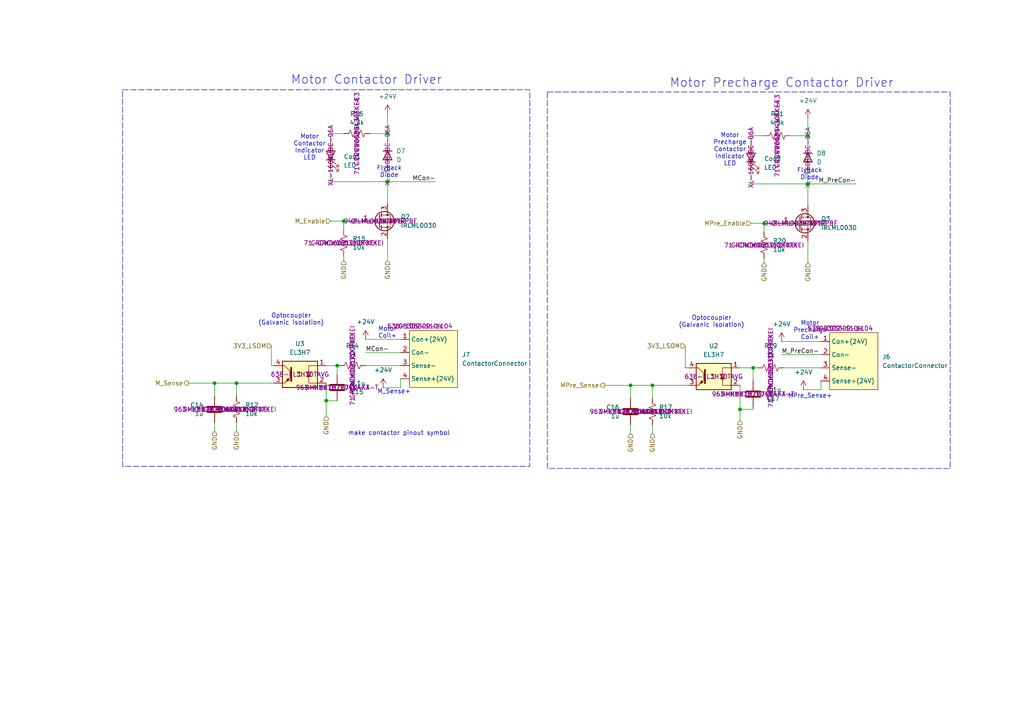
<source format=kicad_sch>
(kicad_sch (version 20250114) (generator "eeschema") (generator_version "9.0")
  (paper "A4")
  (lib_symbols
    (symbol "Device:C" (pin_numbers (hide yes)) (pin_names (offset 0.254))
      (property "Reference" "C" (at 0.635 2.54 0))
      (property "Value" "C" (at 0.635 -2.54 0))
      (symbol "C_0_1"
        (polyline (pts (xy -2.032 0.762) (xy 2.032 0.762)) (stroke (width 0.508)))
        (polyline (pts (xy -2.032 -0.762) (xy 2.032 -0.762)) (stroke (width 0.508)))
      )
      (symbol "C_1_1"
        (pin passive line (at 0 3.81 270) (length 2.794) (name "~") (number "1"))
        (pin passive line (at 0 -3.81 90) (length 2.794) (name "~") (number "2"))
      )
    )
    (symbol "Device:D" (pin_numbers (hide yes)) (pin_names (offset 1.016) (hide yes))
      (property "Reference" "D" (at 0 2.54 0))
      (property "Value" "D" (at 0 -2.54 0))
      (symbol "D_0_1"
        (polyline (pts (xy -1.27 1.27) (xy -1.27 -1.27)) (stroke (width 0.254)))
        (polyline (pts (xy 1.27 1.27) (xy 1.27 -1.27) (xy -1.27 0) (xy 1.27 1.27)) (stroke (width 0.254)))
        (polyline (pts (xy 1.27 0) (xy -1.27 0)))
      )
      (symbol "D_1_1"
        (pin passive line (at -3.81 0 0) (length 2.54) (name "K") (number "1"))
        (pin passive line (at 3.81 0 180) (length 2.54) (name "A") (number "2"))
      )
    )
    (symbol "Device:LED" (pin_numbers (hide yes)) (pin_names (offset 1.016) (hide yes))
      (property "Reference" "D" (at 0 2.54 0))
      (property "Value" "LED" (at 0 -2.54 0))
      (symbol "LED_0_1"
        (polyline (pts (xy -3.048 -0.762) (xy -4.572 -2.286) (xy -3.81 -2.286) (xy -4.572 -2.286) (xy -4.572 -1.524)))
        (polyline (pts (xy -1.778 -0.762) (xy -3.302 -2.286) (xy -2.54 -2.286) (xy -3.302 -2.286) (xy -3.302 -1.524)))
        (polyline (pts (xy -1.27 0) (xy 1.27 0)))
        (polyline (pts (xy -1.27 -1.27) (xy -1.27 1.27)) (stroke (width 0.254)))
        (polyline (pts (xy 1.27 -1.27) (xy 1.27 1.27) (xy -1.27 0) (xy 1.27 -1.27)) (stroke (width 0.254)))
      )
      (symbol "LED_1_1"
        (pin passive line (at -3.81 0 0) (length 2.54) (name "K") (number "1"))
        (pin passive line (at 3.81 0 180) (length 2.54) (name "A") (number "2"))
      )
    )
    (symbol "Device:R_US" (pin_numbers (hide yes)) (pin_names (offset 0))
      (property "Reference" "R" (at 2.54 0 90))
      (property "Value" "R_US" (at -2.54 0 90))
      (symbol "R_US_0_1"
        (polyline (pts (xy 0 2.286) (xy 0 2.54)))
        (polyline (pts (xy 0 2.286) (xy 1.016 1.905) (xy 0 1.524) (xy -1.016 1.143) (xy 0 0.762)))
        (polyline (pts (xy 0 0.762) (xy 1.016 0.381) (xy 0 0) (xy -1.016 -0.381) (xy 0 -0.762)))
        (polyline (pts (xy 0 -0.762) (xy 1.016 -1.143) (xy 0 -1.524) (xy -1.016 -1.905) (xy 0 -2.286)))
        (polyline (pts (xy 0 -2.286) (xy 0 -2.54)))
      )
      (symbol "R_US_1_1"
        (pin passive line (at 0 3.81 270) (length 1.27) (name "~") (number "1"))
        (pin passive line (at 0 -3.81 90) (length 1.27) (name "~") (number "2"))
      )
    )
    (symbol "Transistor_FET:IRLML0030" (pin_names (hide yes))
      (property "Reference" "Q" (at 5.08 1.905 0))
      (property "Value" "IRLML0030" (at 5.08 0 0))
      (symbol "IRLML0030_0_1"
        (polyline (pts (xy 0.254 1.905) (xy 0.254 -1.905)) (stroke (width 0.254)))
        (polyline (pts (xy 0.254 0) (xy -2.54 0)))
        (polyline (pts (xy 0.762 2.286) (xy 0.762 1.27)) (stroke (width 0.254)))
        (polyline (pts (xy 0.762 0.508) (xy 0.762 -0.508)) (stroke (width 0.254)))
        (polyline (pts (xy 0.762 -1.27) (xy 0.762 -2.286)) (stroke (width 0.254)))
        (polyline (pts (xy 0.762 -1.778) (xy 3.302 -1.778) (xy 3.302 1.778) (xy 0.762 1.778)))
        (polyline (pts (xy 1.016 0) (xy 2.032 0.381) (xy 2.032 -0.381) (xy 1.016 0)) (fill (type outline)))
        (circle (center 1.651 0) (radius 2.794) (stroke (width 0.254)))
        (polyline (pts (xy 2.54 2.54) (xy 2.54 1.778)))
        (circle (center 2.54 1.778) (radius 0.254) (fill (type outline)))
        (circle (center 2.54 -1.778) (radius 0.254) (fill (type outline)))
        (polyline (pts (xy 2.54 -2.54) (xy 2.54 0) (xy 0.762 0)))
        (polyline (pts (xy 2.794 0.508) (xy 2.921 0.381) (xy 3.683 0.381) (xy 3.81 0.254)))
        (polyline (pts (xy 3.302 0.381) (xy 2.921 -0.254) (xy 3.683 -0.254) (xy 3.302 0.381)))
      )
      (symbol "IRLML0030_1_1"
        (pin input line (at -5.08 0 0) (length 2.54) (name "G") (number "1"))
        (pin passive line (at 2.54 5.08 270) (length 2.54) (name "D") (number "3"))
        (pin passive line (at 2.54 -5.08 90) (length 2.54) (name "S") (number "2"))
      )
    )
    (symbol "UTSVT_Connectors:ContactorConnector"
      (property "Reference" "J" (at -0.762 1.778 0))
      (property "Value" "ContactorConnector" (at 4.826 -0.254 0))
      (symbol "ContactorConnector_1_1"
        (rectangle (start -2.54 -1.27) (end 11.43 -17.78) (fill (type background)))
        (pin input line (at -5.08 -3.81 0) (length 2.54) (name "Con+(24V)") (number "1"))
        (pin input line (at -5.08 -7.62 0) (length 2.54) (name "Con-") (number "2"))
        (pin input line (at -5.08 -11.43 0) (length 2.54) (name "Sense-") (number "3"))
        (pin input line (at -5.08 -15.24 0) (length 2.54) (name "Sense+(24V)") (number "4"))
      )
    )
    (symbol "UTSVT_ICs:EL3H7" (pin_names (offset 1.016))
      (property "Reference" "U" (at 0 5.08 0))
      (property "Value" "EL3H7" (at 0 -5.08 0))
      (symbol "EL3H7_1_1"
        (rectangle (start -5.08 3.81) (end 5.08 -3.81) (stroke (width 0.254)) (fill (type background)))
        (polyline (pts (xy -5.08 2.54) (xy -2.54 2.54) (xy -2.54 -1.27) (xy -2.54 0.635)))
        (polyline (pts (xy -3.175 -0.635) (xy -1.905 -0.635)) (stroke (width 0.254)))
        (polyline (pts (xy -2.54 -0.635) (xy -2.54 -2.54) (xy -5.08 -2.54)))
        (polyline (pts (xy -2.54 -0.635) (xy -3.175 0.635) (xy -1.905 0.635) (xy -2.54 -0.635)) (stroke (width 0.254)))
        (polyline (pts (xy -0.508 0.508) (xy 0.762 0.508) (xy 0.381 0.381) (xy 0.381 0.635) (xy 0.762 0.508)))
        (polyline (pts (xy -0.508 -0.508) (xy 0.762 -0.508) (xy 0.381 -0.635) (xy 0.381 -0.381) (xy 0.762 -0.508)))
        (polyline (pts (xy 2.54 1.905) (xy 2.54 -1.905) (xy 2.54 -1.905)) (stroke (width 0.508)))
        (polyline (pts (xy 2.54 0.635) (xy 4.445 2.54)))
        (polyline (pts (xy 3.048 -1.651) (xy 3.556 -1.143) (xy 4.064 -2.159) (xy 3.048 -1.651) (xy 3.048 -1.651)) (fill (type outline)))
        (polyline (pts (xy 4.445 2.54) (xy 5.08 2.54)))
        (polyline (pts (xy 4.445 -2.54) (xy 2.54 -0.635)) (fill (type outline)))
        (polyline (pts (xy 4.445 -2.54) (xy 5.08 -2.54)))
        (pin passive line (at -7.62 2.54 0) (length 2.54) (name "~") (number "1"))
        (pin passive line (at -7.62 -2.54 0) (length 2.54) (name "~") (number "2"))
        (pin passive line (at 7.62 2.54 180) (length 2.54) (name "~") (number "4"))
        (pin passive line (at 7.62 -2.54 180) (length 2.54) (name "~") (number "3"))
      )
    )
    (symbol "power:+12V" (power) (pin_numbers (hide yes)) (pin_names (offset 0) (hide yes))
      (property "Value" "+12V" (at 0 3.556 0))
      (symbol "+12V_0_1"
        (polyline (pts (xy -0.762 1.27) (xy 0 2.54)))
        (polyline (pts (xy 0 2.54) (xy 0.762 1.27)))
        (polyline (pts (xy 0 0) (xy 0 2.54)))
      )
      (symbol "+12V_1_1"
        (pin power_in line (at 0 0 90) (length 0) (name "~") (number "1"))
      )
    )
  )
  (rectangle (start 35.56 26.035) (end 153.67 135.255) (stroke (width 0) (type dash)))
  (rectangle (start 158.75 26.67) (end 275.59 135.89) (stroke (width 0) (type dash)))
  (text "Motor Precharge Contactor Driver" (at 226.695 24.13 0) (effects (font (size 2.54 2.54))))
  (text "Optocoupler\n(Galvanic isolation)" (at 84.455 92.71 0) (effects (font (size 1.27 1.27))))
  (text "Motor\nPrecharge\nCoil+" (at 234.95 95.885 0) (effects (font (size 1.27 1.27))))
  (text "Motor\nContactor\nIndicator\nLED" (at 89.789 42.799 0) (effects (font (size 1.27 1.27))))
  (text "Motor Contactor Driver" (at 106.299 23.241 0) (effects (font (size 2.54 2.54))))
  (text "Motor\nCoil+" (at 112.395 96.52 0) (effects (font (size 1.27 1.27))))
  (text "M_Sense+" (at 114.3 113.665 0) (effects (font (size 1.27 1.27))))
  (text "Flyback\nDiode" (at 234.823 50.546 0) (effects (font (size 1.27 1.27))))
  (text "MPre_Sense+" (at 234.95 114.935 0) (effects (font (size 1.27 1.27))))
  (text "Motor\nPrecharge\nContactor\nIndicator\nLED" (at 211.709 43.434 0) (effects (font (size 1.27 1.27))))
  (text "make contactor pinout symbol " (at 116.205 125.73 0) (effects (font (size 1.27 1.27))))
  (text "Optocoupler\n(Galvanic isolation)" (at 206.375 93.345 0) (effects (font (size 1.27 1.27))))
  (text "Flyback\nDiode" (at 112.903 49.911 0) (effects (font (size 1.27 1.27))))
  (junction (at 189.23 111.76))
  (junction (at 214.63 118.745))
  (junction (at 97.79 106.045))
  (junction (at 94.615 116.205))
  (junction (at 221.615 64.77))
  (junction (at 112.395 52.705))
  (junction (at 182.88 111.76))
  (junction (at 68.58 111.125))
  (junction (at 234.315 53.34))
  (junction (at 218.44 106.68))
  (junction (at 234.315 39.37))
  (junction (at 99.695 64.135))
  (junction (at 62.23 111.125))
  (junction (at 112.395 38.735))
  (wire (pts (xy 94.615 111.125) (xy 94.615 116.205)))
  (wire (pts (xy 234.315 53.34) (xy 234.315 59.69)))
  (wire (pts (xy 175.26 111.76) (xy 182.88 111.76)))
  (wire (pts (xy 229.235 39.37) (xy 234.315 39.37)))
  (wire (pts (xy 111.125 112.395) (xy 116.205 112.395)))
  (wire (pts (xy 214.63 111.76) (xy 214.63 118.745)))
  (wire (pts (xy 78.74 100.33) (xy 78.74 106.045)))
  (wire (pts (xy 217.805 64.77) (xy 221.615 64.77)))
  (wire (pts (xy 107.315 38.735) (xy 112.395 38.735)))
  (wire (pts (xy 62.23 122.555) (xy 62.23 125.095)))
  (wire (pts (xy 233.045 113.03) (xy 238.125 113.03)))
  (wire (pts (xy 189.23 123.19) (xy 189.23 125.73)))
  (wire (pts (xy 95.885 38.735) (xy 99.695 38.735)))
  (wire (pts (xy 112.395 52.705) (xy 126.365 52.705)))
  (wire (pts (xy 198.755 100.33) (xy 198.755 106.68)))
  (wire (pts (xy 189.23 111.76) (xy 189.23 115.57)))
  (wire (pts (xy 62.23 111.125) (xy 68.58 111.125)))
  (wire (pts (xy 112.395 52.705) (xy 112.395 59.055)))
  (wire (pts (xy 94.615 116.205) (xy 94.615 120.65)))
  (wire (pts (xy 116.205 112.395) (xy 116.205 109.855)))
  (wire (pts (xy 62.23 111.125) (xy 62.23 114.935)))
  (wire (pts (xy 217.805 39.37) (xy 221.615 39.37)))
  (wire (pts (xy 218.44 106.68) (xy 218.44 110.49)))
  (wire (pts (xy 99.695 66.675) (xy 99.695 64.135)))
  (wire (pts (xy 234.315 49.53) (xy 234.315 53.34)))
  (wire (pts (xy 78.74 106.045) (xy 79.375 106.045)))
  (wire (pts (xy 234.315 39.37) (xy 234.315 41.91)))
  (wire (pts (xy 116.205 102.235) (xy 106.045 102.235)))
  (wire (pts (xy 198.755 106.68) (xy 199.39 106.68)))
  (wire (pts (xy 234.315 69.85) (xy 234.315 76.2)))
  (wire (pts (xy 106.045 106.045) (xy 116.205 106.045)))
  (wire (pts (xy 68.58 111.125) (xy 79.375 111.125)))
  (wire (pts (xy 218.44 118.11) (xy 218.44 118.745)))
  (wire (pts (xy 234.315 34.29) (xy 234.315 39.37)))
  (wire (pts (xy 214.63 118.745) (xy 214.63 121.92)))
  (wire (pts (xy 112.395 48.895) (xy 112.395 52.705)))
  (wire (pts (xy 189.23 111.76) (xy 199.39 111.76)))
  (wire (pts (xy 182.88 111.76) (xy 182.88 115.57)))
  (wire (pts (xy 95.885 38.735) (xy 95.885 41.275)))
  (wire (pts (xy 68.58 122.555) (xy 68.58 125.095)))
  (wire (pts (xy 214.63 118.745) (xy 218.44 118.745)))
  (wire (pts (xy 54.61 111.125) (xy 62.23 111.125)))
  (wire (pts (xy 94.615 106.045) (xy 97.79 106.045)))
  (wire (pts (xy 182.88 111.76) (xy 189.23 111.76)))
  (wire (pts (xy 226.695 102.87) (xy 238.125 102.87)))
  (wire (pts (xy 112.395 69.215) (xy 112.395 75.565)))
  (wire (pts (xy 221.615 67.31) (xy 221.615 64.77)))
  (wire (pts (xy 221.615 74.93) (xy 221.615 76.2)))
  (wire (pts (xy 95.885 52.705) (xy 112.395 52.705)))
  (wire (pts (xy 95.885 64.135) (xy 99.695 64.135)))
  (wire (pts (xy 182.88 123.19) (xy 182.88 125.73)))
  (wire (pts (xy 99.695 64.135) (xy 104.775 64.135)))
  (wire (pts (xy 94.615 116.205) (xy 97.79 116.205)))
  (wire (pts (xy 217.805 39.37) (xy 217.805 41.91)))
  (wire (pts (xy 112.395 33.02) (xy 112.395 38.735)))
  (wire (pts (xy 217.805 49.53) (xy 217.805 53.34)))
  (wire (pts (xy 97.79 106.045) (xy 97.79 108.585)))
  (wire (pts (xy 112.395 38.735) (xy 112.395 41.275)))
  (wire (pts (xy 214.63 106.68) (xy 218.44 106.68)))
  (wire (pts (xy 227.33 106.68) (xy 238.125 106.68)))
  (wire (pts (xy 234.315 53.34) (xy 248.285 53.34)))
  (wire (pts (xy 221.615 64.77) (xy 226.695 64.77)))
  (wire (pts (xy 218.44 106.68) (xy 219.71 106.68)))
  (wire (pts (xy 95.885 48.895) (xy 95.885 52.705)))
  (wire (pts (xy 106.045 98.425) (xy 116.205 98.425)))
  (wire (pts (xy 238.125 110.49) (xy 238.125 113.03)))
  (wire (pts (xy 68.58 111.125) (xy 68.58 114.935)))
  (wire (pts (xy 226.695 99.06) (xy 238.125 99.06)))
  (wire (pts (xy 99.695 74.295) (xy 99.695 75.565)))
  (wire (pts (xy 97.79 106.045) (xy 98.425 106.045)))
  (wire (pts (xy 217.805 53.34) (xy 234.315 53.34)))
  (label "MCon-" (at 126.365 52.705 180))
  (label "MCon-" (at 106.045 102.235 0))
  (label "M_PreCon-" (at 226.695 102.87 0))
  (label "M_PreCon-" (at 248.285 53.34 180))
  (hierarchical_label "GND" (shape input) (at 94.615 120.65 270))
  (hierarchical_label "3V3_LSOM" (shape input) (at 198.755 100.33 180))
  (hierarchical_label "MPre_Enable" (shape input) (at 217.805 64.77 180))
  (hierarchical_label "GND" (shape input) (at 221.615 76.2 270))
  (hierarchical_label "GND" (shape input) (at 99.695 75.565 270))
  (hierarchical_label "GND" (shape input) (at 234.315 76.2 270))
  (hierarchical_label "GND" (shape input) (at 182.88 125.73 270))
  (hierarchical_label "GND" (shape input) (at 189.23 125.73 270))
  (hierarchical_label "GND" (shape input) (at 68.58 125.095 270))
  (hierarchical_label "GND" (shape input) (at 62.23 125.095 270))
  (hierarchical_label "MPre_Sense" (shape output) (at 175.26 111.76 180))
  (hierarchical_label "GND" (shape input) (at 214.63 121.92 270))
  (hierarchical_label "M_Enable" (shape input) (at 95.885 64.135 180))
  (hierarchical_label "GND" (shape input) (at 112.395 75.565 270))
  (hierarchical_label "M_Sense" (shape output) (at 54.61 111.125 180))
  (hierarchical_label "3V3_LSOM" (shape input) (at 78.74 100.33 180))
  (symbol (lib_id "UTSVT_Connectors:ContactorConnector") (at 243.205 95.25 0) (unit 1)
    (property "Reference" "J6" (at 255.905 103.5049 0) (effects (justify left)))
    (property "Value" "ContactorConnector" (at 255.905 106.0449 0) (effects (justify left)))
    (property "Footprint" "UTSVT_Connectors:Molex_Nano-Fit_105309-xx04_1x04_P2.50mm_Vertical" (effects (hide yes)))
    (property "Description" "Pinout for contactor connectors." (effects (hide yes)))
    (property "P/N" "105309-1104" (at 243.205 95.25 0))
    (property "Mouser Part Number" " 538-105309-1104" (at 243.205 95.25 0))
  )
  (symbol (lib_id "Device:R_US") (at 102.235 106.045 270) (unit 1)
    (property "Reference" "R14" (at 102.235 100.33 90))
    (property "Value" "1k" (at 102.235 102.87 90))
    (property "Footprint" "Resistor_SMD:R_0603_1608Metric" (effects (hide yes)))
    (property "Description" "Resistor, US symbol" (effects (hide yes)))
    (property "P/N" "CRCW06031K00FKEI" (at 102.235 106.045 0))
    (property "Mouser Part Number" "71-CRCW06031K00FKEI" (at 102.235 106.045 0))
  )
  (symbol (lib_id "power:+12V") (at 226.695 99.06 0) (unit 1)
    (property "Reference" "#PWR056" (effects (hide yes)))
    (property "Value" "+24V" (at 226.695 93.98 0))
    (property "Description" "Power symbol creates a global label with name \"+12V\"" (effects (hide yes)))
  )
  (symbol (lib_id "Device:R_US") (at 68.58 118.745 0) (unit 1)
    (property "Reference" "R12" (at 71.12 117.4749 0) (effects (justify left)))
    (property "Value" "10k" (at 71.12 120.0149 0) (effects (justify left)))
    (property "Footprint" "Resistor_SMD:R_0603_1608Metric" (effects (hide yes)))
    (property "Description" "Resistor, US symbol" (effects (hide yes)))
    (property "P/N" "CRCW060310K0FKEI" (at 68.58 118.745 0))
    (property "Mouser Part Number" "71-CRCW060310K0FKEI" (at 68.58 118.745 0))
  )
  (symbol (lib_id "Device:R_US") (at 99.695 70.485 0) (unit 1)
    (property "Reference" "R15" (at 102.235 69.2149 0) (effects (justify left)))
    (property "Value" "10k" (at 102.235 71.7549 0) (effects (justify left)))
    (property "Footprint" "Resistor_SMD:R_0603_1608Metric" (effects (hide yes)))
    (property "Description" "Resistor, US symbol" (effects (hide yes)))
    (property "P/N" "CRCW060310K0FKEI" (at 99.695 70.485 0))
    (property "Mouser Part Number" "71-CRCW060310K0FKEI" (at 99.695 70.485 0))
  )
  (symbol (lib_id "UTSVT_Connectors:ContactorConnector") (at 121.285 94.615 0) (unit 1)
    (property "Reference" "J7" (at 133.985 102.8699 0) (effects (justify left)))
    (property "Value" "ContactorConnector" (at 133.985 105.4099 0) (effects (justify left)))
    (property "Footprint" "UTSVT_Connectors:Molex_Nano-Fit_105309-xx04_1x04_P2.50mm_Vertical" (effects (hide yes)))
    (property "Description" "Pinout for contactor connectors." (effects (hide yes)))
    (property "P/N" "105309-1104" (at 121.285 94.615 0))
    (property "Mouser Part Number" " 538-105309-1104" (at 121.285 94.615 0))
  )
  (symbol (lib_id "Device:C") (at 62.23 118.745 0) (mirror x) (unit 1)
    (property "Reference" "C14" (at 59.055 117.4749 0) (effects (justify right)))
    (property "Value" "1u" (at 59.055 120.0149 0) (effects (justify right)))
    (property "Footprint" "Capacitor_SMD:C_0603_1608Metric" (effects (hide yes)))
    (property "Description" "Unpolarized capacitor" (effects (hide yes)))
    (property "P/N" "UMK107BJ105KA-T" (at 62.23 118.745 0))
    (property "Mouser Part Number" "963-UMK107BJ105KA-T" (at 62.23 118.745 0))
  )
  (symbol (lib_id "Device:R_US") (at 225.425 39.37 90) (unit 1)
    (property "Reference" "R21" (at 225.425 33.02 90))
    (property "Value" "4.3k" (at 225.425 35.56 90))
    (property "Footprint" "Resistor_SMD:R_0603_1608Metric" (effects (hide yes)))
    (property "Description" "Resistor, US symbol" (effects (hide yes)))
    (property "P/N" " CRCW06034K30FKEA" (at 225.425 39.37 0))
    (property "Mouser Part Number" "71-CRCW0603-4.3K-E3" (at 225.425 39.37 0))
  )
  (symbol (lib_id "Device:R_US") (at 189.23 119.38 0) (unit 1)
    (property "Reference" "R17" (at 191.135 118.1099 0) (effects (justify left)))
    (property "Value" "10k" (at 191.135 120.6499 0) (effects (justify left)))
    (property "Footprint" "Resistor_SMD:R_0603_1608Metric" (effects (hide yes)))
    (property "Description" "Resistor, US symbol" (effects (hide yes)))
    (property "P/N" "CRCW060310K0FKEI" (at 189.23 119.38 0))
    (property "Mouser Part Number" "71-CRCW060310K0FKEI" (at 189.23 119.38 0))
  )
  (symbol (lib_id "Device:C") (at 182.88 119.38 0) (mirror x) (unit 1)
    (property "Reference" "C16" (at 179.705 118.1099 0) (effects (justify right)))
    (property "Value" "1u" (at 179.705 120.6499 0) (effects (justify right)))
    (property "Footprint" "Capacitor_SMD:C_0603_1608Metric" (effects (hide yes)))
    (property "Description" "Unpolarized capacitor" (effects (hide yes)))
    (property "P/N" "UMK107BJ105KA-T" (at 182.88 119.38 0))
    (property "Mouser Part Number" "963-UMK107BJ105KA-T" (at 182.88 119.38 0))
  )
  (symbol (lib_id "Device:D") (at 112.395 45.085 270) (unit 1)
    (property "Reference" "D7" (at 114.935 43.8149 90) (effects (justify left)))
    (property "Value" "D" (at 114.935 46.3549 90) (effects (justify left)))
    (property "Footprint" "UTSVT_Passives:SODFL4724X108N" (effects (hide yes)))
    (property "Description" "Diode" (effects (hide yes)))
    (property "Sim.Device" "D" (effects (hide yes)))
    (property "Sim.Pins" "1=K 2=A" (effects (hide yes)))
    (property "P/N" "XL-1608UBC-06A" (at 112.395 45.085 0))
  )
  (symbol (lib_id "Device:R_US") (at 223.52 106.68 270) (unit 1)
    (property "Reference" "R19" (at 223.52 100.33 90))
    (property "Value" "1k" (at 223.52 102.87 90))
    (property "Footprint" "Resistor_SMD:R_0603_1608Metric" (effects (hide yes)))
    (property "Description" "Resistor, US symbol" (effects (hide yes)))
    (property "P/N" "CRCW06031K00FKEI" (at 223.52 106.68 0))
    (property "Mouser Part Number" "71-CRCW06031K00FKEI" (at 223.52 106.68 0))
  )
  (symbol (lib_id "power:+12V") (at 112.395 33.02 0) (unit 1)
    (property "Reference" "#PWR055" (effects (hide yes)))
    (property "Value" "+24V" (at 112.395 27.94 0))
    (property "Description" "Power symbol creates a global label with name \"+12V\"" (effects (hide yes)))
  )
  (symbol (lib_id "Device:LED") (at 217.805 45.72 90) (unit 1)
    (property "Reference" "Con2" (at 221.615 46.0374 90) (effects (justify right)))
    (property "Value" "LED" (at 221.615 48.5774 90) (effects (justify right)))
    (property "Footprint" "LED_SMD:LED_0603_1608Metric" (effects (hide yes)))
    (property "Description" "Light emitting diode" (effects (hide yes)))
    (property "Sim.Pins" "1=K 2=A" (effects (hide yes)))
    (property "P/N" "XL-1608UBC-06A" (at 217.805 45.72 0))
  )
  (symbol (lib_id "power:+12V") (at 106.045 98.425 0) (unit 1)
    (property "Reference" "#PWR053" (effects (hide yes)))
    (property "Value" "+24V" (at 106.045 93.345 0))
    (property "Description" "Power symbol creates a global label with name \"+12V\"" (effects (hide yes)))
  )
  (symbol (lib_id "Device:C") (at 97.79 112.395 0) (mirror x) (unit 1)
    (property "Reference" "C15" (at 101.6 113.6651 0) (effects (justify left)))
    (property "Value" "0.1u" (at 101.6 111.1251 0) (effects (justify left)))
    (property "Footprint" "Capacitor_SMD:C_0603_1608Metric" (effects (hide yes)))
    (property "Description" "Unpolarized capacitor" (effects (hide yes)))
    (property "P/N" "HMK107B7104KA-T" (at 97.79 112.395 0))
    (property "Mouser Part Number" "963-HMK107B7104KA-T" (at 97.79 112.395 0))
  )
  (symbol (lib_id "UTSVT_ICs:EL3H7") (at 86.995 108.585 0) (mirror y) (unit 1)
    (property "Reference" "U3" (at 86.995 99.695 0))
    (property "Value" "EL3H7" (at 86.995 102.235 0))
    (property "Footprint" "UTSVT_ICs:EL3H7" (effects (hide yes)))
    (property "Datasheet" "https://www.digikey.com/en/products/detail/everlight-electronics-co-ltd/EL3H7-D-TA-VG/2692979" (effects (hide yes)))
    (property "Description" "OPTOISO 3.75KV 1CH TRANS 4-SSOP" (effects (hide yes)))
    (property "P/N" "EL3H7(D)(TA)-VG" (effects (hide yes)))
    (property "Vf" "1.4V" (effects (hide yes)))
    (property "If" "20mA" (effects (hide yes)))
    (property "Mouser Part Number" "638-EL3H7DTAVG" (at 86.995 108.585 0))
  )
  (symbol (lib_id "Transistor_FET:IRLML0030") (at 231.775 64.77 0) (unit 1)
    (property "Reference" "Q3" (at 238.125 63.4999 0) (effects (justify left)))
    (property "Value" "IRLML0030" (at 238.125 66.0399 0) (effects (justify left)))
    (property "Footprint" "Package_TO_SOT_SMD:SOT-23" (effects (hide yes)))
    (property "Datasheet" "https://www.infineon.com/dgdl/irlml0030pbf.pdf?fileId=5546d462533600a401535664773825df" (effects (hide yes)))
    (property "Description" "5.3A Id, 30V Vds, 27mOhm Rds, N-Channel HEXFET Power MOSFET, SOT-23" (effects (hide yes)))
    (property "P/N" "IRLML0030TRPBF" (at 231.775 64.77 0))
    (property "Mouser Part Number" " 942-IRLML0030TRPBF" (at 231.775 64.77 0))
  )
  (symbol (lib_id "power:+12V") (at 111.125 112.395 0) (unit 1)
    (property "Reference" "#PWR054" (effects (hide yes)))
    (property "Value" "+24V" (at 111.125 107.315 0))
    (property "Description" "Power symbol creates a global label with name \"+12V\"" (effects (hide yes)))
  )
  (symbol (lib_id "Device:R_US") (at 103.505 38.735 90) (unit 1)
    (property "Reference" "R16" (at 103.505 33.02 90))
    (property "Value" "4.3k" (at 103.505 35.56 90))
    (property "Footprint" "Resistor_SMD:R_0603_1608Metric" (effects (hide yes)))
    (property "Description" "Resistor, US symbol" (effects (hide yes)))
    (property "P/N" " CRCW06034K30FKEA" (at 103.505 38.735 0))
    (property "Mouser Part Number" "71-CRCW0603-4.3K-E3" (at 103.505 38.735 0))
  )
  (symbol (lib_id "Device:R_US") (at 221.615 71.12 0) (unit 1)
    (property "Reference" "R20" (at 224.155 69.8499 0) (effects (justify left)))
    (property "Value" "10k" (at 224.155 72.3899 0) (effects (justify left)))
    (property "Footprint" "Resistor_SMD:R_0603_1608Metric" (effects (hide yes)))
    (property "Description" "Resistor, US symbol" (effects (hide yes)))
    (property "P/N" "CRCW060310K0FKEI" (at 221.615 71.12 0))
    (property "Mouser Part Number" "71-CRCW060310K0FKEI" (at 221.615 71.12 0))
  )
  (symbol (lib_id "UTSVT_ICs:EL3H7") (at 207.01 109.22 0) (mirror y) (unit 1)
    (property "Reference" "U2" (at 207.01 100.33 0))
    (property "Value" "EL3H7" (at 207.01 102.87 0))
    (property "Footprint" "UTSVT_ICs:EL3H7" (effects (hide yes)))
    (property "Datasheet" "https://www.digikey.com/en/products/detail/everlight-electronics-co-ltd/EL3H7-D-TA-VG/2692979" (effects (hide yes)))
    (property "Description" "OPTOISO 3.75KV 1CH TRANS 4-SSOP" (effects (hide yes)))
    (property "P/N" "EL3H7(D)(TA)-VG" (effects (hide yes)))
    (property "Vf" "1.4V" (effects (hide yes)))
    (property "If" "20mA" (effects (hide yes)))
    (property "Mouser Part Number" "638-EL3H7DTAVG" (at 207.01 109.22 0))
  )
  (symbol (lib_id "power:+12V") (at 234.315 34.29 0) (unit 1)
    (property "Reference" "#PWR058" (effects (hide yes)))
    (property "Value" "+24V" (at 234.315 29.21 0))
    (property "Description" "Power symbol creates a global label with name \"+12V\"" (effects (hide yes)))
  )
  (symbol (lib_id "Device:LED") (at 95.885 45.085 90) (unit 1)
    (property "Reference" "Con1" (at 99.695 45.4024 90) (effects (justify right)))
    (property "Value" "LED" (at 99.695 47.9424 90) (effects (justify right)))
    (property "Footprint" "LED_SMD:LED_0603_1608Metric" (effects (hide yes)))
    (property "Description" "Light emitting diode" (effects (hide yes)))
    (property "Sim.Pins" "1=K 2=A" (effects (hide yes)))
    (property "P/N" "XL-1608UBC-06A" (at 95.885 45.085 0))
  )
  (symbol (lib_id "power:+12V") (at 233.045 113.03 0) (unit 1)
    (property "Reference" "#PWR057" (effects (hide yes)))
    (property "Value" "+24V" (at 233.045 107.95 0))
    (property "Description" "Power symbol creates a global label with name \"+12V\"" (effects (hide yes)))
  )
  (symbol (lib_id "Device:C") (at 218.44 114.3 0) (mirror x) (unit 1)
    (property "Reference" "C17" (at 222.25 115.5701 0) (effects (justify left)))
    (property "Value" "0.1u" (at 222.25 113.0301 0) (effects (justify left)))
    (property "Footprint" "Capacitor_SMD:C_0603_1608Metric" (effects (hide yes)))
    (property "Description" "Unpolarized capacitor" (effects (hide yes)))
    (property "P/N" "HMK107B7104KA-T" (at 218.44 114.3 0))
    (property "Mouser Part Number" "963-HMK107B7104KA-T" (at 218.44 114.3 0))
  )
  (symbol (lib_id "Transistor_FET:IRLML0030") (at 109.855 64.135 0) (unit 1)
    (property "Reference" "Q2" (at 116.205 62.8649 0) (effects (justify left)))
    (property "Value" "IRLML0030" (at 116.205 65.4049 0) (effects (justify left)))
    (property "Footprint" "Package_TO_SOT_SMD:SOT-23" (effects (hide yes)))
    (property "Datasheet" "https://www.infineon.com/dgdl/irlml0030pbf.pdf?fileId=5546d462533600a401535664773825df" (effects (hide yes)))
    (property "Description" "5.3A Id, 30V Vds, 27mOhm Rds, N-Channel HEXFET Power MOSFET, SOT-23" (effects (hide yes)))
    (property "P/N" "IRLML0030TRPBF" (at 109.855 64.135 0))
    (property "Mouser Part Number" " 942-IRLML0030TRPBF" (at 109.855 64.135 0))
  )
  (symbol (lib_id "Device:D") (at 234.315 45.72 270) (unit 1)
    (property "Reference" "D8" (at 236.855 44.4499 90) (effects (justify left)))
    (property "Value" "D" (at 236.855 46.9899 90) (effects (justify left)))
    (property "Footprint" "UTSVT_Passives:SODFL4724X108N" (effects (hide yes)))
    (property "Description" "Diode" (effects (hide yes)))
    (property "Sim.Device" "D" (effects (hide yes)))
    (property "Sim.Pins" "1=K 2=A" (effects (hide yes)))
    (property "P/N" "XL-1608UBC-06A" (at 234.315 45.72 0))
  )
)
</source>
